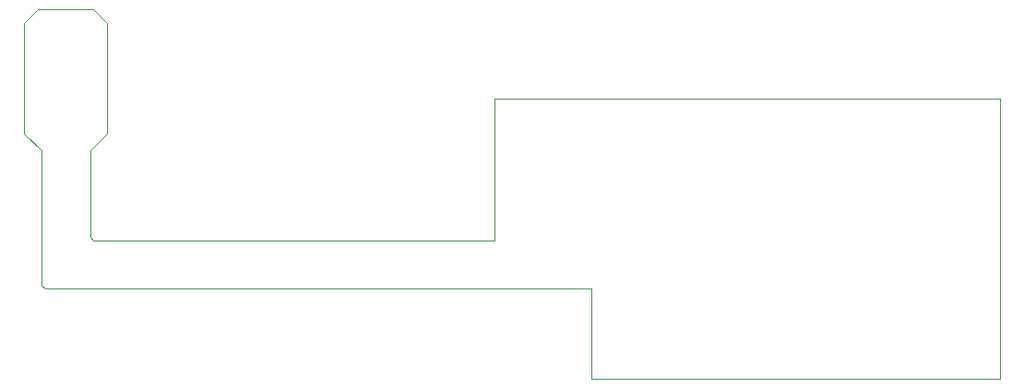
<source format=gko>
G75*
G70*
%OFA0B0*%
%FSLAX24Y24*%
%IPPOS*%
%LPD*%
%AMOC8*
5,1,8,0,0,1.08239X$1,22.5*
%
%ADD10C,0.0000*%
D10*
X000850Y003350D02*
X020600Y003350D01*
X020600Y000100D01*
X035350Y000100D01*
X035350Y010225D01*
X017100Y010225D01*
X017100Y005100D01*
X002600Y005100D01*
X002475Y005225D01*
X002475Y008350D01*
X003100Y008975D01*
X003100Y012975D01*
X002600Y013475D01*
X000600Y013475D01*
X000100Y012975D01*
X000100Y008975D01*
X000725Y008350D01*
X000725Y003475D01*
X000850Y003350D01*
M02*

</source>
